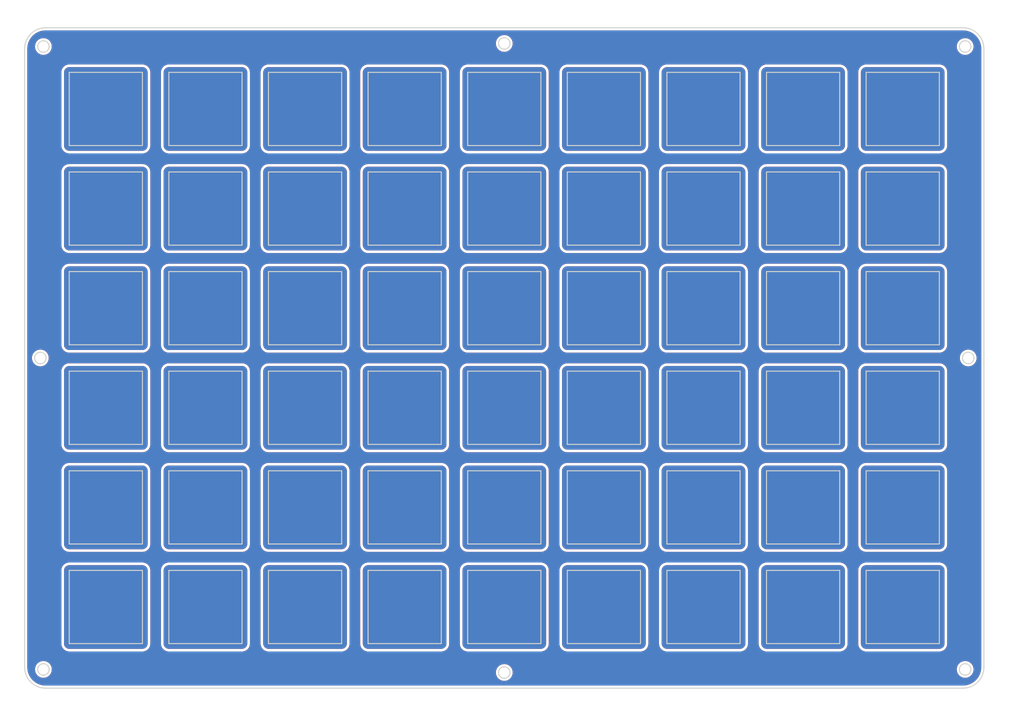
<source format=kicad_pcb>
(kicad_pcb (version 20201002) (generator pcbnew)
  (layers (0 "F.Cu" signal) (31 "B.Cu" signal) (34 "B.Paste" user) (35 "F.Paste" user) (36 "B.SilkS" user "B.Silkscreen") (37 "F.SilkS" user "F.Silkscreen") (38 "B.Mask" user) (39 "F.Mask" user) (44 "Edge.Cuts" user))
  (net 0 "")
  (module "Keebio-Parts:MX_FMask" (layer "F.Cu") (at 62.507913 114.002272)
    (fp_text reference "REF**" hide)
    (fp_text value "MX_FMask" hide)
    (pad "1" smd roundrect (at 0 0 180) (size 16 16) (layers "B.Cu" "B.Mask") (roundrect_rratio 0.063))
    (pad "1" smd roundrect (at 0 0 180) (size 16 16) (layers "F.Cu" "F.Mask") (roundrect_rratio 0.063))
  )
  (module "Keebio-Parts:MX_FMask" (layer "F.Cu") (at 157.757913 56.852272)
    (fp_text reference "REF**" hide)
    (fp_text value "MX_FMask" hide)
    (pad "1" smd roundrect (at 0 0 180) (size 16 16) (layers "B.Cu" "B.Mask") (roundrect_rratio 0.063))
    (pad "1" smd roundrect (at 0 0 180) (size 16 16) (layers "F.Cu" "F.Mask") (roundrect_rratio 0.063))
  )
  (module "Keebio-Parts:MX_FMask" (layer "F.Cu") (at 43.457913 56.852272)
    (fp_text reference "REF**" hide)
    (fp_text value "MX_FMask" hide)
    (pad "1" smd roundrect (at 0 0 180) (size 16 16) (layers "B.Cu" "B.Mask") (roundrect_rratio 0.063))
    (pad "1" smd roundrect (at 0 0 180) (size 16 16) (layers "F.Cu" "F.Mask") (roundrect_rratio 0.063))
  )
  (module "Keebio-Parts:MX_FMask" (layer "F.Cu") (at 195.857913 56.852272)
    (fp_text reference "REF**" hide)
    (fp_text value "MX_FMask" hide)
    (pad "1" smd roundrect (at 0 0 180) (size 16 16) (layers "F.Cu" "F.Mask") (roundrect_rratio 0.063))
    (pad "1" smd roundrect (at 0 0 180) (size 16 16) (layers "B.Cu" "B.Mask") (roundrect_rratio 0.063))
  )
  (module "Keebio-Parts:MX_FMask" (layer "F.Cu") (at 43.457913 133.052272)
    (fp_text reference "REF**" hide)
    (fp_text value "MX_FMask" hide)
    (pad "1" smd roundrect (at 0 0 180) (size 16 16) (layers "B.Cu" "B.Mask") (roundrect_rratio 0.063))
    (pad "1" smd roundrect (at 0 0 180) (size 16 16) (layers "F.Cu" "F.Mask") (roundrect_rratio 0.063))
  )
  (module "Keebio-Parts:MX_FMask" (layer "F.Cu") (at 119.657913 37.802272)
    (fp_text reference "REF**" hide)
    (fp_text value "MX_FMask" hide)
    (pad "1" smd roundrect (at 0 0 180) (size 16 16) (layers "F.Cu" "F.Mask") (roundrect_rratio 0.063))
    (pad "1" smd roundrect (at 0 0 180) (size 16 16) (layers "B.Cu" "B.Mask") (roundrect_rratio 0.063))
  )
  (module "Keebio-Parts:MX_FMask" (layer "F.Cu") (at 100.607913 114.002272)
    (fp_text reference "REF**" hide)
    (fp_text value "MX_FMask" hide)
    (pad "1" smd roundrect (at 0 0 180) (size 16 16) (layers "B.Cu" "B.Mask") (roundrect_rratio 0.063))
    (pad "1" smd roundrect (at 0 0 180) (size 16 16) (layers "F.Cu" "F.Mask") (roundrect_rratio 0.063))
  )
  (module "Keebio-Parts:MX_FMask" (layer "F.Cu") (at 62.507913 133.052272)
    (fp_text reference "REF**" hide)
    (fp_text value "MX_FMask" hide)
    (pad "1" smd roundrect (at 0 0 180) (size 16 16) (layers "B.Cu" "B.Mask") (roundrect_rratio 0.063))
    (pad "1" smd roundrect (at 0 0 180) (size 16 16) (layers "F.Cu" "F.Mask") (roundrect_rratio 0.063))
  )
  (module "Keebio-Parts:MX_FMask" (layer "F.Cu") (at 81.557913 133.052272)
    (fp_text reference "REF**" hide)
    (fp_text value "MX_FMask" hide)
    (pad "1" smd roundrect (at 0 0 180) (size 16 16) (layers "F.Cu" "F.Mask") (roundrect_rratio 0.063))
    (pad "1" smd roundrect (at 0 0 180) (size 16 16) (layers "B.Cu" "B.Mask") (roundrect_rratio 0.063))
  )
  (module "Keebio-Parts:MX_FMask" (layer "F.Cu") (at 100.607913 133.052272)
    (fp_text reference "REF**" hide)
    (fp_text value "MX_FMask" hide)
    (pad "1" smd roundrect (at 0 0 180) (size 16 16) (layers "B.Cu" "B.Mask") (roundrect_rratio 0.063))
    (pad "1" smd roundrect (at 0 0 180) (size 16 16) (layers "F.Cu" "F.Mask") (roundrect_rratio 0.063))
  )
  (module "Keebio-Parts:MX_FMask" (layer "F.Cu") (at 157.757913 37.802272)
    (fp_text reference "REF**" hide)
    (fp_text value "MX_FMask" hide)
    (pad "1" smd roundrect (at 0 0 180) (size 16 16) (layers "B.Cu" "B.Mask") (roundrect_rratio 0.063))
    (pad "1" smd roundrect (at 0 0 180) (size 16 16) (layers "F.Cu" "F.Mask") (roundrect_rratio 0.063))
  )
  (module "Keebio-Parts:MX_FMask" (layer "F.Cu") (at 100.607913 37.802272)
    (fp_text reference "REF**" hide)
    (fp_text value "MX_FMask" hide)
    (pad "1" smd roundrect (at 0 0 180) (size 16 16) (layers "B.Cu" "B.Mask") (roundrect_rratio 0.063))
    (pad "1" smd roundrect (at 0 0 180) (size 16 16) (layers "F.Cu" "F.Mask") (roundrect_rratio 0.063))
  )
  (module "Keebio-Parts:MX_FMask" (layer "F.Cu") (at 81.557913 94.952272)
    (fp_text reference "REF**" hide)
    (fp_text value "MX_FMask" hide)
    (pad "1" smd roundrect (at 0 0 180) (size 16 16) (layers "B.Cu" "B.Mask") (roundrect_rratio 0.063))
    (pad "1" smd roundrect (at 0 0 180) (size 16 16) (layers "F.Cu" "F.Mask") (roundrect_rratio 0.063))
  )
  (module "Keebio-Parts:MX_FMask" (layer "F.Cu") (at 81.557913 37.802272)
    (fp_text reference "REF**" hide)
    (fp_text value "MX_FMask" hide)
    (pad "1" smd roundrect (at 0 0 180) (size 16 16) (layers "B.Cu" "B.Mask") (roundrect_rratio 0.063))
    (pad "1" smd roundrect (at 0 0 180) (size 16 16) (layers "F.Cu" "F.Mask") (roundrect_rratio 0.063))
  )
  (module "Keebio-Parts:MX_FMask" (layer "F.Cu") (at 43.457913 75.902272)
    (fp_text reference "REF**" hide)
    (fp_text value "MX_FMask" hide)
    (pad "1" smd roundrect (at 0 0 180) (size 16 16) (layers "F.Cu" "F.Mask") (roundrect_rratio 0.063))
    (pad "1" smd roundrect (at 0 0 180) (size 16 16) (layers "B.Cu" "B.Mask") (roundrect_rratio 0.063))
  )
  (module "Keebio-Parts:MX_FMask" (layer "F.Cu") (at 100.607913 94.952272)
    (fp_text reference "REF**" hide)
    (fp_text value "MX_FMask" hide)
    (pad "1" smd roundrect (at 0 0 180) (size 16 16) (layers "F.Cu" "F.Mask") (roundrect_rratio 0.063))
    (pad "1" smd roundrect (at 0 0 180) (size 16 16) (layers "B.Cu" "B.Mask") (roundrect_rratio 0.063))
  )
  (module "Keebio-Parts:MX_FMask" (layer "F.Cu") (at 62.507913 37.802272)
    (fp_text reference "REF**" hide)
    (fp_text value "MX_FMask" hide)
    (pad "1" smd roundrect (at 0 0 180) (size 16 16) (layers "F.Cu" "F.Mask") (roundrect_rratio 0.063))
    (pad "1" smd roundrect (at 0 0 180) (size 16 16) (layers "B.Cu" "B.Mask") (roundrect_rratio 0.063))
  )
  (module "Keebio-Parts:MX_FMask" (layer "F.Cu") (at 176.807913 56.852272)
    (fp_text reference "REF**" hide)
    (fp_text value "MX_FMask" hide)
    (pad "1" smd roundrect (at 0 0 180) (size 16 16) (layers "B.Cu" "B.Mask") (roundrect_rratio 0.063))
    (pad "1" smd roundrect (at 0 0 180) (size 16 16) (layers "F.Cu" "F.Mask") (roundrect_rratio 0.063))
  )
  (module "Keebio-Parts:MX_FMask" (layer "F.Cu") (at 119.657913 114.002272)
    (fp_text reference "REF**" hide)
    (fp_text value "MX_FMask" hide)
    (pad "1" smd roundrect (at 0 0 180) (size 16 16) (layers "F.Cu" "F.Mask") (roundrect_rratio 0.063))
    (pad "1" smd roundrect (at 0 0 180) (size 16 16) (layers "B.Cu" "B.Mask") (roundrect_rratio 0.063))
  )
  (module "Keebio-Parts:MX_FMask" (layer "F.Cu") (at 138.707913 94.952272)
    (fp_text reference "REF**" hide)
    (fp_text value "MX_FMask" hide)
    (pad "1" smd roundrect (at 0 0 180) (size 16 16) (layers "B.Cu" "B.Mask") (roundrect_rratio 0.063))
    (pad "1" smd roundrect (at 0 0 180) (size 16 16) (layers "F.Cu" "F.Mask") (roundrect_rratio 0.063))
  )
  (module "Keebio-Parts:MX_FMask" (layer "F.Cu") (at 62.507913 56.852272)
    (fp_text reference "REF**" hide)
    (fp_text value "MX_FMask" hide)
    (pad "1" smd roundrect (at 0 0 180) (size 16 16) (layers "F.Cu" "F.Mask") (roundrect_rratio 0.063))
    (pad "1" smd roundrect (at 0 0 180) (size 16 16) (layers "B.Cu" "B.Mask") (roundrect_rratio 0.063))
  )
  (module "Keebio-Parts:MX_FMask" (layer "F.Cu") (at 62.507913 75.902272)
    (fp_text reference "REF**" hide)
    (fp_text value "MX_FMask" hide)
    (pad "1" smd roundrect (at 0 0 180) (size 16 16) (layers "B.Cu" "B.Mask") (roundrect_rratio 0.063))
    (pad "1" smd roundrect (at 0 0 180) (size 16 16) (layers "F.Cu" "F.Mask") (roundrect_rratio 0.063))
  )
  (module "Keebio-Parts:MX_FMask" (layer "F.Cu") (at 43.457913 94.952272)
    (fp_text reference "REF**" hide)
    (fp_text value "MX_FMask" hide)
    (pad "1" smd roundrect (at 0 0 180) (size 16 16) (layers "B.Cu" "B.Mask") (roundrect_rratio 0.063))
    (pad "1" smd roundrect (at 0 0 180) (size 16 16) (layers "F.Cu" "F.Mask") (roundrect_rratio 0.063))
  )
  (module "Keebio-Parts:MX_FMask" (layer "F.Cu") (at 62.507913 94.952272)
    (fp_text reference "REF**" hide)
    (fp_text value "MX_FMask" hide)
    (pad "1" smd roundrect (at 0 0 180) (size 16 16) (layers "B.Cu" "B.Mask") (roundrect_rratio 0.063))
    (pad "1" smd roundrect (at 0 0 180) (size 16 16) (layers "F.Cu" "F.Mask") (roundrect_rratio 0.063))
  )
  (module "Keebio-Parts:MX_FMask" (layer "F.Cu") (at 138.707913 56.852272)
    (fp_text reference "REF**" hide)
    (fp_text value "MX_FMask" hide)
    (pad "1" smd roundrect (at 0 0 180) (size 16 16) (layers "B.Cu" "B.Mask") (roundrect_rratio 0.063))
    (pad "1" smd roundrect (at 0 0 180) (size 16 16) (layers "F.Cu" "F.Mask") (roundrect_rratio 0.063))
  )
  (module "Keebio-Parts:MX_FMask" (layer "F.Cu") (at 195.857913 133.052272)
    (fp_text reference "REF**" hide)
    (fp_text value "MX_FMask" hide)
    (pad "1" smd roundrect (at 0 0 180) (size 16 16) (layers "B.Cu" "B.Mask") (roundrect_rratio 0.063))
    (pad "1" smd roundrect (at 0 0 180) (size 16 16) (layers "F.Cu" "F.Mask") (roundrect_rratio 0.063))
  )
  (module "Keebio-Parts:MX_FMask" (layer "F.Cu") (at 195.857913 114.002272)
    (fp_text reference "REF**" hide)
    (fp_text value "MX_FMask" hide)
    (pad "1" smd roundrect (at 0 0 180) (size 16 16) (layers "F.Cu" "F.Mask") (roundrect_rratio 0.063))
    (pad "1" smd roundrect (at 0 0 180) (size 16 16) (layers "B.Cu" "B.Mask") (roundrect_rratio 0.063))
  )
  (module "Keebio-Parts:MX_FMask" (layer "F.Cu") (at 157.757913 133.052272)
    (fp_text reference "REF**" hide)
    (fp_text value "MX_FMask" hide)
    (pad "1" smd roundrect (at 0 0 180) (size 16 16) (layers "F.Cu" "F.Mask") (roundrect_rratio 0.063))
    (pad "1" smd roundrect (at 0 0 180) (size 16 16) (layers "B.Cu" "B.Mask") (roundrect_rratio 0.063))
  )
  (module "Keebio-Parts:MX_FMask" (layer "F.Cu") (at 81.557913 114.002272)
    (fp_text reference "REF**" hide)
    (fp_text value "MX_FMask" hide)
    (pad "1" smd roundrect (at 0 0 180) (size 16 16) (layers "B.Cu" "B.Mask") (roundrect_rratio 0.063))
    (pad "1" smd roundrect (at 0 0 180) (size 16 16) (layers "F.Cu" "F.Mask") (roundrect_rratio 0.063))
  )
  (module "Keebio-Parts:MX_FMask" (layer "F.Cu") (at 176.807913 133.052272)
    (fp_text reference "REF**" hide)
    (fp_text value "MX_FMask" hide)
    (pad "1" smd roundrect (at 0 0 180) (size 16 16) (layers "F.Cu" "F.Mask") (roundrect_rratio 0.063))
    (pad "1" smd roundrect (at 0 0 180) (size 16 16) (layers "B.Cu" "B.Mask") (roundrect_rratio 0.063))
  )
  (module "Keebio-Parts:MX_FMask" (layer "F.Cu") (at 43.457913 114.002272)
    (fp_text reference "REF**" hide)
    (fp_text value "MX_FMask" hide)
    (pad "1" smd roundrect (at 0 0 180) (size 16 16) (layers "B.Cu" "B.Mask") (roundrect_rratio 0.063))
    (pad "1" smd roundrect (at 0 0 180) (size 16 16) (layers "F.Cu" "F.Mask") (roundrect_rratio 0.063))
  )
  (module "Keebio-Parts:MX_FMask" (layer "F.Cu") (at 138.707913 75.902272)
    (fp_text reference "REF**" hide)
    (fp_text value "MX_FMask" hide)
    (pad "1" smd roundrect (at 0 0 180) (size 16 16) (layers "F.Cu" "F.Mask") (roundrect_rratio 0.063))
    (pad "1" smd roundrect (at 0 0 180) (size 16 16) (layers "B.Cu" "B.Mask") (roundrect_rratio 0.063))
  )
  (module "Keebio-Parts:MX_FMask" (layer "F.Cu") (at 195.857913 75.902272)
    (fp_text reference "REF**" hide)
    (fp_text value "MX_FMask" hide)
    (pad "1" smd roundrect (at 0 0 180) (size 16 16) (layers "F.Cu" "F.Mask") (roundrect_rratio 0.063))
    (pad "1" smd roundrect (at 0 0 180) (size 16 16) (layers "B.Cu" "B.Mask") (roundrect_rratio 0.063))
  )
  (module "Keebio-Parts:MX_FMask" (layer "F.Cu") (at 176.807913 94.952272)
    (fp_text reference "REF**" hide)
    (fp_text value "MX_FMask" hide)
    (pad "1" smd roundrect (at 0 0 180) (size 16 16) (layers "F.Cu" "F.Mask") (roundrect_rratio 0.063))
    (pad "1" smd roundrect (at 0 0 180) (size 16 16) (layers "B.Cu" "B.Mask") (roundrect_rratio 0.063))
  )
  (module "Keebio-Parts:MX_FMask" (layer "F.Cu") (at 81.557913 75.902272)
    (fp_text reference "REF**" hide)
    (fp_text value "MX_FMask" hide)
    (pad "1" smd roundrect (at 0 0 180) (size 16 16) (layers "B.Cu" "B.Mask") (roundrect_rratio 0.063))
    (pad "1" smd roundrect (at 0 0 180) (size 16 16) (layers "F.Cu" "F.Mask") (roundrect_rratio 0.063))
  )
  (module "Keebio-Parts:MX_FMask" (layer "F.Cu") (at 157.757913 94.952272)
    (fp_text reference "REF**" hide)
    (fp_text value "MX_FMask" hide)
    (pad "1" smd roundrect (at 0 0 180) (size 16 16) (layers "F.Cu" "F.Mask") (roundrect_rratio 0.063))
    (pad "1" smd roundrect (at 0 0 180) (size 16 16) (layers "B.Cu" "B.Mask") (roundrect_rratio 0.063))
  )
  (module "Keebio-Parts:MX_FMask" (layer "F.Cu") (at 100.607913 56.852272)
    (fp_text reference "REF**" hide)
    (fp_text value "MX_FMask" hide)
    (pad "1" smd roundrect (at 0 0 180) (size 16 16) (layers "F.Cu" "F.Mask") (roundrect_rratio 0.063))
    (pad "1" smd roundrect (at 0 0 180) (size 16 16) (layers "B.Cu" "B.Mask") (roundrect_rratio 0.063))
  )
  (module "Keebio-Parts:MX_FMask" (layer "F.Cu") (at 43.457913 37.802272)
    (fp_text reference "REF**" hide)
    (fp_text value "MX_FMask" hide)
    (pad "1" smd roundrect (at 0 0 180) (size 16 16) (layers "F.Cu" "F.Mask") (roundrect_rratio 0.063))
    (pad "1" smd roundrect (at 0 0 180) (size 16 16) (layers "B.Cu" "B.Mask") (roundrect_rratio 0.063))
  )
  (module "Keebio-Parts:MX_FMask" (layer "F.Cu") (at 119.657913 133.052272)
    (fp_text reference "REF**" hide)
    (fp_text value "MX_FMask" hide)
    (pad "1" smd roundrect (at 0 0 180) (size 16 16) (layers "F.Cu" "F.Mask") (roundrect_rratio 0.063))
    (pad "1" smd roundrect (at 0 0 180) (size 16 16) (layers "B.Cu" "B.Mask") (roundrect_rratio 0.063))
  )
  (module "Keebio-Parts:MX_FMask" (layer "F.Cu") (at 138.707913 133.052272)
    (fp_text reference "REF**" hide)
    (fp_text value "MX_FMask" hide)
    (pad "1" smd roundrect (at 0 0 180) (size 16 16) (layers "F.Cu" "F.Mask") (roundrect_rratio 0.063))
    (pad "1" smd roundrect (at 0 0 180) (size 16 16) (layers "B.Cu" "B.Mask") (roundrect_rratio 0.063))
  )
  (module "Keebio-Parts:MX_FMask" (layer "F.Cu") (at 157.757913 114.002272)
    (fp_text reference "REF**" hide)
    (fp_text value "MX_FMask" hide)
    (pad "1" smd roundrect (at 0 0 180) (size 16 16) (layers "F.Cu" "F.Mask") (roundrect_rratio 0.063))
    (pad "1" smd roundrect (at 0 0 180) (size 16 16) (layers "B.Cu" "B.Mask") (roundrect_rratio 0.063))
  )
  (module "Keebio-Parts:MX_FMask" (layer "F.Cu") (at 138.707913 114.002272)
    (fp_text reference "REF**" hide)
    (fp_text value "MX_FMask" hide)
    (pad "1" smd roundrect (at 0 0 180) (size 16 16) (layers "F.Cu" "F.Mask") (roundrect_rratio 0.063))
    (pad "1" smd roundrect (at 0 0 180) (size 16 16) (layers "B.Cu" "B.Mask") (roundrect_rratio 0.063))
  )
  (module "Keebio-Parts:MX_FMask" (layer "F.Cu") (at 119.657913 56.852272)
    (fp_text reference "REF**" hide)
    (fp_text value "MX_FMask" hide)
    (pad "1" smd roundrect (at 0 0 180) (size 16 16) (layers "B.Cu" "B.Mask") (roundrect_rratio 0.063))
    (pad "1" smd roundrect (at 0 0 180) (size 16 16) (layers "F.Cu" "F.Mask") (roundrect_rratio 0.063))
  )
  (module "Keebio-Parts:MX_FMask" (layer "F.Cu") (at 195.857913 94.952272)
    (fp_text reference "REF**" hide)
    (fp_text value "MX_FMask" hide)
    (pad "1" smd roundrect (at 0 0 180) (size 16 16) (layers "B.Cu" "B.Mask") (roundrect_rratio 0.063))
    (pad "1" smd roundrect (at 0 0 180) (size 16 16) (layers "F.Cu" "F.Mask") (roundrect_rratio 0.063))
  )
  (module "Keebio-Parts:MX_FMask" (layer "F.Cu") (at 176.807913 75.902272)
    (fp_text reference "REF**" hide)
    (fp_text value "MX_FMask" hide)
    (pad "1" smd roundrect (at 0 0 180) (size 16 16) (layers "F.Cu" "F.Mask") (roundrect_rratio 0.063))
    (pad "1" smd roundrect (at 0 0 180) (size 16 16) (layers "B.Cu" "B.Mask") (roundrect_rratio 0.063))
  )
  (module "Keebio-Parts:MX_FMask" (layer "F.Cu") (at 195.857913 37.802272)
    (fp_text reference "REF**" hide)
    (fp_text value "MX_FMask" hide)
    (pad "1" smd roundrect (at 0 0 180) (size 16 16) (layers "F.Cu" "F.Mask") (roundrect_rratio 0.063))
    (pad "1" smd roundrect (at 0 0 180) (size 16 16) (layers "B.Cu" "B.Mask") (roundrect_rratio 0.063))
  )
  (module "Keebio-Parts:MX_FMask" (layer "F.Cu") (at 119.657913 75.902272)
    (fp_text reference "REF**" hide)
    (fp_text value "MX_FMask" hide)
    (pad "1" smd roundrect (at 0 0 180) (size 16 16) (layers "F.Cu" "F.Mask") (roundrect_rratio 0.063))
    (pad "1" smd roundrect (at 0 0 180) (size 16 16) (layers "B.Cu" "B.Mask") (roundrect_rratio 0.063))
  )
  (module "Keebio-Parts:MX_FMask" (layer "F.Cu") (at 157.757913 75.902272)
    (fp_text reference "REF**" hide)
    (fp_text value "MX_FMask" hide)
    (pad "1" smd roundrect (at 0 0 180) (size 16 16) (layers "F.Cu" "F.Mask") (roundrect_rratio 0.063))
    (pad "1" smd roundrect (at 0 0 180) (size 16 16) (layers "B.Cu" "B.Mask") (roundrect_rratio 0.063))
  )
  (module "Keebio-Parts:MX_FMask" (layer "F.Cu") (at 138.707913 37.802272)
    (fp_text reference "REF**" hide)
    (fp_text value "MX_FMask" hide)
    (pad "1" smd roundrect (at 0 0 180) (size 16 16) (layers "F.Cu" "F.Mask") (roundrect_rratio 0.063))
    (pad "1" smd roundrect (at 0 0 180) (size 16 16) (layers "B.Cu" "B.Mask") (roundrect_rratio 0.063))
  )
  (module "Keebio-Parts:MX_FMask" (layer "F.Cu") (at 100.607913 75.902272)
    (fp_text reference "REF**" hide)
    (fp_text value "MX_FMask" hide)
    (pad "1" smd roundrect (at 0 0 180) (size 16 16) (layers "F.Cu" "F.Mask") (roundrect_rratio 0.063))
    (pad "1" smd roundrect (at 0 0 180) (size 16 16) (layers "B.Cu" "B.Mask") (roundrect_rratio 0.063))
  )
  (module "Keebio-Parts:MX_FMask" (layer "F.Cu") (at 176.807913 114.002272)
    (fp_text reference "REF**" hide)
    (fp_text value "MX_FMask" hide)
    (pad "1" smd roundrect (at 0 0 180) (size 16 16) (layers "B.Cu" "B.Mask") (roundrect_rratio 0.063))
    (pad "1" smd roundrect (at 0 0 180) (size 16 16) (layers "F.Cu" "F.Mask") (roundrect_rratio 0.063))
  )
  (module "Keebio-Parts:MX_FMask" (layer "F.Cu") (at 176.807913 37.802272)
    (fp_text reference "REF**" hide)
    (fp_text value "MX_FMask" hide)
    (pad "1" smd roundrect (at 0 0 180) (size 16 16) (layers "B.Cu" "B.Mask") (roundrect_rratio 0.063))
    (pad "1" smd roundrect (at 0 0 180) (size 16 16) (layers "F.Cu" "F.Mask") (roundrect_rratio 0.063))
  )
  (module "Keebio-Parts:MX_FMask" (layer "F.Cu") (at 119.657913 94.952272)
    (fp_text reference "REF**" hide)
    (fp_text value "MX_FMask" hide)
    (pad "1" smd roundrect (at 0 0 180) (size 16 16) (layers "F.Cu" "F.Mask") (roundrect_rratio 0.063))
    (pad "1" smd roundrect (at 0 0 180) (size 16 16) (layers "B.Cu" "B.Mask") (roundrect_rratio 0.063))
  )
  (module "Keebio-Parts:MX_FMask" (layer "F.Cu") (at 81.557913 56.852272)
    (fp_text reference "REF**" hide)
    (fp_text value "MX_FMask" hide)
    (pad "1" smd roundrect (at 0 0 180) (size 16 16) (layers "B.Cu" "B.Mask") (roundrect_rratio 0.063))
    (pad "1" smd roundrect (at 0 0 180) (size 16 16) (layers "F.Cu" "F.Mask") (roundrect_rratio 0.063))
  )
  (gr_line (start 36.457916 87.952223) (end 36.457916 101.952222) (layer "Edge.Cuts") (width 0.2))
  (gr_line (start 74.557912 107.002218) (end 74.557912 121.002217) (layer "Edge.Cuts") (width 0.2))
  (gr_line (start 50.457915 87.952223) (end 36.457916 87.952223) (layer "Edge.Cuts") (width 0.2))
  (gr_line (start 36.457916 107.002218) (end 36.457916 121.002217) (layer "Edge.Cuts") (width 0.2))
  (gr_line (start 88.557911 82.902221) (end 88.557911 68.902221) (layer "Edge.Cuts") (width 0.2))
  (gr_curve (pts (xy 207.796841 146.091147) (xy 207.189328 146.091147) (xy 206.696841 145.598661) (xy 206.696841 144.991147)) (layer "Edge.Cuts") (width 0.2))
  (gr_line (start 169.807914 87.952223) (end 169.807914 101.952222) (layer "Edge.Cuts") (width 0.2))
  (gr_line (start 150.757913 49.852224) (end 150.757913 63.852222) (layer "Edge.Cuts") (width 0.2))
  (gr_curve (pts (xy 120.757914 145.577275) (xy 120.757914 146.184788) (xy 120.265427 146.677275) (xy 119.657914 146.677275)) (layer "Edge.Cuts") (width 0.2))
  (gr_line (start 126.657908 30.802226) (end 112.657909 30.802226) (layer "Edge.Cuts") (width 0.2))
  (gr_line (start 126.657908 63.852222) (end 126.657908 49.852224) (layer "Edge.Cuts") (width 0.2))
  (gr_line (start 88.557911 49.852224) (end 74.557912 49.852224) (layer "Edge.Cuts") (width 0.2))
  (gr_curve (pts (xy 207.382978 22.277208) (xy 209.592117 22.277208) (xy 211.382978 24.068069) (xy 211.382978 26.277208)) (layer "Edge.Cuts") (width 0.2))
  (gr_line (start 131.707911 63.852222) (end 145.70791 63.852222) (layer "Edge.Cuts") (width 0.2))
  (gr_line (start 202.8579 82.902221) (end 202.8579 68.902221) (layer "Edge.Cuts") (width 0.2))
  (gr_line (start 55.507914 82.902221) (end 69.507913 82.902221) (layer "Edge.Cuts") (width 0.2))
  (gr_line (start 145.70791 68.902221) (end 131.707911 68.902221) (layer "Edge.Cuts") (width 0.2))
  (gr_line (start 202.8579 140.052219) (end 202.8579 126.05222) (layer "Edge.Cuts") (width 0.2))
  (gr_curve (pts (xy 32.620236 144.989886) (xy 32.620236 145.597399) (xy 32.12775 146.089886) (xy 31.520236 146.089886)) (layer "Edge.Cuts") (width 0.2))
  (gr_line (start 150.757913 140.052219) (end 164.757912 140.052219) (layer "Edge.Cuts") (width 0.2))
  (gr_line (start 169.807914 44.802225) (end 183.807914 44.802225) (layer "Edge.Cuts") (width 0.2))
  (gr_line (start 126.657908 101.952222) (end 126.657908 87.952223) (layer "Edge.Cuts") (width 0.2))
  (gr_line (start 93.607914 63.852222) (end 107.607913 63.852222) (layer "Edge.Cuts") (width 0.2))
  (gr_line (start 169.807914 63.852222) (end 183.807914 63.852222) (layer "Edge.Cuts") (width 0.2))
  (gr_line (start 164.757912 49.852224) (end 150.757913 49.852224) (layer "Edge.Cuts") (width 0.2))
  (gr_curve (pts (xy 206.69558 25.864544) (xy 206.69558 25.257031) (xy 207.188067 24.764544) (xy 207.79558 24.764544)) (layer "Edge.Cuts") (width 0.2))
  (gr_line (start 88.557911 101.952222) (end 88.557911 87.952223) (layer "Edge.Cuts") (width 0.2))
  (gr_line (start 150.757913 107.002218) (end 150.757913 121.002217) (layer "Edge.Cuts") (width 0.2))
  (gr_line (start 150.757913 121.002217) (end 164.757912 121.002217) (layer "Edge.Cuts") (width 0.2))
  (gr_line (start 107.607913 87.952223) (end 93.607914 87.952223) (layer "Edge.Cuts") (width 0.2))
  (gr_line (start 188.857901 30.802226) (end 188.857901 44.802225) (layer "Edge.Cuts") (width 0.2))
  (gr_line (start 50.457915 107.002218) (end 36.457916 107.002218) (layer "Edge.Cuts") (width 0.2))
  (gr_line (start 164.757912 101.952222) (end 164.757912 87.952223) (layer "Edge.Cuts") (width 0.2))
  (gr_line (start 93.607914 82.902221) (end 107.607913 82.902221) (layer "Edge.Cuts") (width 0.2))
  (gr_line (start 36.457916 49.852224) (end 36.457916 63.852222) (layer "Edge.Cuts") (width 0.2))
  (gr_curve (pts (xy 118.557914 25.277212) (xy 118.557914 24.669699) (xy 119.050401 24.177212) (xy 119.657914 24.177212)) (layer "Edge.Cuts") (width 0.2))
  (gr_line (start 164.757912 140.052219) (end 164.757912 126.05222) (layer "Edge.Cuts") (width 0.2))
  (gr_line (start 36.457916 126.05222) (end 36.457916 140.052219) (layer "Edge.Cuts") (width 0.2))
  (gr_line (start 107.607913 44.802225) (end 107.607913 30.802226) (layer "Edge.Cuts") (width 0.2))
  (gr_curve (pts (xy 208.896841 144.991147) (xy 208.896841 145.598661) (xy 208.404354 146.091147) (xy 207.796841 146.091147)) (layer "Edge.Cuts") (width 0.2))
  (gr_line (start 74.557912 82.902221) (end 88.557911 82.902221) (layer "Edge.Cuts") (width 0.2))
  (gr_line (start 36.457916 68.902221) (end 36.457916 82.902221) (layer "Edge.Cuts") (width 0.2))
  (gr_line (start 202.8579 68.902221) (end 188.857901 68.902221) (layer "Edge.Cuts") (width 0.2))
  (gr_line (start 183.807914 44.802225) (end 183.807914 30.802226) (layer "Edge.Cuts") (width 0.2))
  (gr_line (start 145.70791 107.002218) (end 131.707911 107.002218) (layer "Edge.Cuts") (width 0.2))
  (gr_line (start 202.8579 107.002218) (end 188.857901 107.002218) (layer "Edge.Cuts") (width 0.2))
  (gr_line (start 169.807914 101.952222) (end 183.807914 101.952222) (layer "Edge.Cuts") (width 0.2))
  (gr_line (start 69.507913 49.852224) (end 55.507914 49.852224) (layer "Edge.Cuts") (width 0.2))
  (gr_line (start 107.607913 82.902221) (end 107.607913 68.902221) (layer "Edge.Cuts") (width 0.2))
  (gr_curve (pts (xy 207.79558 24.764544) (xy 208.403093 24.764544) (xy 208.89558 25.257031) (xy 208.89558 25.864544)) (layer "Edge.Cuts") (width 0.2))
  (gr_line (start 88.557911 63.852222) (end 88.557911 49.852224) (layer "Edge.Cuts") (width 0.2))
  (gr_line (start 183.807914 49.852224) (end 169.807914 49.852224) (layer "Edge.Cuts") (width 0.2))
  (gr_line (start 169.807914 121.002217) (end 183.807914 121.002217) (layer "Edge.Cuts") (width 0.2))
  (gr_line (start 107.607913 121.002217) (end 107.607913 107.002218) (layer "Edge.Cuts") (width 0.2))
  (gr_line (start 50.457915 68.902221) (end 36.457916 68.902221) (layer "Edge.Cuts") (width 0.2))
  (gr_line (start 131.707911 82.902221) (end 145.70791 82.902221) (layer "Edge.Cuts") (width 0.2))
  (gr_line (start 50.457915 30.802226) (end 36.457916 30.802226) (layer "Edge.Cuts") (width 0.2))
  (gr_curve (pts (xy 206.696841 144.991147) (xy 206.696841 144.383634) (xy 207.189328 143.891147) (xy 207.796841 143.891147)) (layer "Edge.Cuts") (width 0.2))
  (gr_line (start 145.70791 87.952223) (end 131.707911 87.952223) (layer "Edge.Cuts") (width 0.2))
  (gr_line (start 107.607913 49.852224) (end 93.607914 49.852224) (layer "Edge.Cuts") (width 0.2))
  (gr_line (start 131.707911 49.852224) (end 131.707911 63.852222) (layer "Edge.Cuts") (width 0.2))
  (gr_line (start 50.457915 63.852222) (end 50.457915 49.852224) (layer "Edge.Cuts") (width 0.2))
  (gr_line (start 88.557911 140.052219) (end 88.557911 126.05222) (layer "Edge.Cuts") (width 0.2))
  (gr_line (start 74.557912 44.802225) (end 88.557911 44.802225) (layer "Edge.Cuts") (width 0.2))
  (gr_line (start 164.757912 107.002218) (end 150.757913 107.002218) (layer "Edge.Cuts") (width 0.2))
  (gr_curve (pts (xy 31.520236 146.089886) (xy 30.912723 146.089886) (xy 30.420236 145.597399) (xy 30.420236 144.989886)) (layer "Edge.Cuts") (width 0.2))
  (gr_line (start 107.607913 63.852222) (end 107.607913 49.852224) (layer "Edge.Cuts") (width 0.2))
  (gr_line (start 150.757913 30.802226) (end 150.757913 44.802225) (layer "Edge.Cuts") (width 0.2))
  (gr_line (start 93.607914 126.05222) (end 93.607914 140.052219) (layer "Edge.Cuts") (width 0.2))
  (gr_line (start 169.807914 107.002218) (end 169.807914 121.002217) (layer "Edge.Cuts") (width 0.2))
  (gr_line (start 202.8579 44.802225) (end 202.8579 30.802226) (layer "Edge.Cuts") (width 0.2))
  (gr_line (start 202.8579 121.002217) (end 202.8579 107.002218) (layer "Edge.Cuts") (width 0.2))
  (gr_line (start 36.457916 30.802226) (end 36.457916 44.802225) (layer "Edge.Cuts") (width 0.2))
  (gr_line (start 164.757912 121.002217) (end 164.757912 107.002218) (layer "Edge.Cuts") (width 0.2))
  (gr_line (start 88.557911 68.902221) (end 74.557912 68.902221) (layer "Edge.Cuts") (width 0.2))
  (gr_line (start 188.857901 140.052219) (end 202.8579 140.052219) (layer "Edge.Cuts") (width 0.2))
  (gr_line (start 69.507913 44.802225) (end 69.507913 30.802226) (layer "Edge.Cuts") (width 0.2))
  (gr_line (start 36.457916 82.902221) (end 50.457915 82.902221) (layer "Edge.Cuts") (width 0.2))
  (gr_line (start 69.507913 82.902221) (end 69.507913 68.902221) (layer "Edge.Cuts") (width 0.2))
  (gr_line (start 55.507914 121.002217) (end 69.507913 121.002217) (layer "Edge.Cuts") (width 0.2))
  (gr_line (start 131.707911 140.052219) (end 145.70791 140.052219) (layer "Edge.Cuts") (width 0.2))
  (gr_line (start 126.657908 126.05222) (end 112.657909 126.05222) (layer "Edge.Cuts") (width 0.2))
  (gr_line (start 50.457915 82.902221) (end 50.457915 68.902221) (layer "Edge.Cuts") (width 0.2))
  (gr_line (start 126.657908 121.002217) (end 126.657908 107.002218) (layer "Edge.Cuts") (width 0.2))
  (gr_curve (pts (xy 30.418725 25.863032) (xy 30.418725 25.255519) (xy 30.911212 24.763032) (xy 31.518725 24.763032)) (layer "Edge.Cuts") (width 0.2))
  (gr_line (start 107.607913 140.052219) (end 107.607913 126.05222) (layer "Edge.Cuts") (width 0.2))
  (gr_line (start 36.457916 63.852222) (end 50.457915 63.852222) (layer "Edge.Cuts") (width 0.2))
  (gr_line (start 74.557912 87.952223) (end 74.557912 101.952222) (layer "Edge.Cuts") (width 0.2))
  (gr_line (start 55.507914 44.802225) (end 69.507913 44.802225) (layer "Edge.Cuts") (width 0.2))
  (gr_line (start 50.457915 101.952222) (end 50.457915 87.952223) (layer "Edge.Cuts") (width 0.2))
  (gr_line (start 55.507914 49.852224) (end 55.507914 63.852222) (layer "Edge.Cuts") (width 0.2))
  (gr_line (start 169.807914 68.902221) (end 169.807914 82.902221) (layer "Edge.Cuts") (width 0.2))
  (gr_curve (pts (xy 31.932849 22.277208) (xy 31.932849 22.277208) (xy 207.382978 22.277208) (xy 207.382978 22.277208)) (layer "Edge.Cuts") (width 0.2))
  (gr_line (start 50.457915 126.05222) (end 36.457916 126.05222) (layer "Edge.Cuts") (width 0.2))
  (gr_curve (pts (xy 207.796841 143.891147) (xy 208.404354 143.891147) (xy 208.896841 144.383634) (xy 208.896841 144.991147)) (layer "Edge.Cuts") (width 0.2))
  (gr_line (start 107.607913 68.902221) (end 93.607914 68.902221) (layer "Edge.Cuts") (width 0.2))
  (gr_line (start 112.657909 44.802225) (end 126.657908 44.802225) (layer "Edge.Cuts") (width 0.2))
  (gr_line (start 202.8579 63.852222) (end 202.8579 49.852224) (layer "Edge.Cuts") (width 0.2))
  (gr_line (start 183.807914 107.002218) (end 169.807914 107.002218) (layer "Edge.Cuts") (width 0.2))
  (gr_curve (pts (xy 31.932849 148.577336) (xy 29.72371 148.577336) (xy 27.932849 146.786475) (xy 27.932849 144.577336)) (layer "Edge.Cuts") (width 0.2))
  (gr_line (start 107.607913 126.05222) (end 93.607914 126.05222) (layer "Edge.Cuts") (width 0.2))
  (gr_line (start 55.507914 140.052219) (end 69.507913 140.052219) (layer "Edge.Cuts") (width 0.2))
  (gr_line (start 88.557911 30.802226) (end 74.557912 30.802226) (layer "Edge.Cuts") (width 0.2))
  (gr_line (start 150.757913 68.902221) (end 150.757913 82.902221) (layer "Edge.Cuts") (width 0.2))
  (gr_line (start 202.8579 126.05222) (end 188.857901 126.05222) (layer "Edge.Cuts") (width 0.2))
  (gr_curve (pts (xy 211.382978 26.277208) (xy 211.382978 26.277208) (xy 211.382978 144.577336) (xy 211.382978 144.577336)) (layer "Edge.Cuts") (width 0.2))
  (gr_line (start 145.70791 140.052219) (end 145.70791 126.05222) (layer "Edge.Cuts") (width 0.2))
  (gr_line (start 131.707911 126.05222) (end 131.707911 140.052219) (layer "Edge.Cuts") (width 0.2))
  (gr_curve (pts (xy 27.932849 144.577336) (xy 27.932849 144.577336) (xy 27.932849 26.277208) (xy 27.932849 26.277208)) (layer "Edge.Cuts") (width 0.2))
  (gr_line (start 126.657908 44.802225) (end 126.657908 30.802226) (layer "Edge.Cuts") (width 0.2))
  (gr_line (start 74.557912 68.902221) (end 74.557912 82.902221) (layer "Edge.Cuts") (width 0.2))
  (gr_line (start 145.70791 126.05222) (end 131.707911 126.05222) (layer "Edge.Cuts") (width 0.2))
  (gr_line (start 164.757912 30.802226) (end 150.757913 30.802226) (layer "Edge.Cuts") (width 0.2))
  (gr_line (start 69.507913 30.802226) (end 55.507914 30.802226) (layer "Edge.Cuts") (width 0.2))
  (gr_line (start 107.607913 101.952222) (end 107.607913 87.952223) (layer "Edge.Cuts") (width 0.2))
  (gr_line (start 126.657908 82.902221) (end 126.657908 68.902221) (layer "Edge.Cuts") (width 0.2))
  (gr_line (start 183.807914 30.802226) (end 169.807914 30.802226) (layer "Edge.Cuts") (width 0.2))
  (gr_line (start 69.507913 87.952223) (end 55.507914 87.952223) (layer "Edge.Cuts") (width 0.2))
  (gr_line (start 183.807914 126.05222) (end 169.807914 126.05222) (layer "Edge.Cuts") (width 0.2))
  (gr_line (start 202.8579 30.802226) (end 188.857901 30.802226) (layer "Edge.Cuts") (width 0.2))
  (gr_line (start 145.70791 82.902221) (end 145.70791 68.902221) (layer "Edge.Cuts") (width 0.2))
  (gr_line (start 145.70791 101.952222) (end 145.70791 87.952223) (layer "Edge.Cuts") (width 0.2))
  (gr_line (start 150.757913 44.802225) (end 164.757912 44.802225) (layer "Edge.Cuts") (width 0.2))
  (gr_curve (pts (xy 118.557914 145.577275) (xy 118.557914 144.969762) (xy 119.050401 144.477275) (xy 119.657914 144.477275)) (layer "Edge.Cuts") (width 0.2))
  (gr_curve (pts (xy 31.518725 24.763032) (xy 32.126238 24.763032) (xy 32.618725 25.255519) (xy 32.618725 25.863032)) (layer "Edge.Cuts") (width 0.2))
  (gr_line (start 55.507914 30.802226) (end 55.507914 44.802225) (layer "Edge.Cuts") (width 0.2))
  (gr_line (start 74.557912 121.002217) (end 88.557911 121.002217) (layer "Edge.Cuts") (width 0.2))
  (gr_line (start 188.857901 126.05222) (end 188.857901 140.052219) (layer "Edge.Cuts") (width 0.2))
  (gr_line (start 69.507913 107.002218) (end 55.507914 107.002218) (layer "Edge.Cuts") (width 0.2))
  (gr_line (start 150.757913 63.852222) (end 164.757912 63.852222) (layer "Edge.Cuts") (width 0.2))
  (gr_line (start 36.457916 140.052219) (end 50.457915 140.052219) (layer "Edge.Cuts") (width 0.2))
  (gr_line (start 169.807914 126.05222) (end 169.807914 140.052219) (layer "Edge.Cuts") (width 0.2))
  (gr_line (start 188.857901 49.852224) (end 188.857901 63.852222) (layer "Edge.Cuts") (width 0.2))
  (gr_line (start 126.657908 107.002218) (end 112.657909 107.002218) (layer "Edge.Cuts") (width 0.2))
  (gr_line (start 69.507913 68.902221) (end 55.507914 68.902221) (layer "Edge.Cuts") (width 0.2))
  (gr_line (start 112.657909 107.002218) (end 112.657909 121.002217) (layer "Edge.Cuts") (width 0.2))
  (gr_line (start 88.557911 107.002218) (end 74.557912 107.002218) (layer "Edge.Cuts") (width 0.2))
  (gr_line (start 188.857901 107.002218) (end 188.857901 121.002217) (layer "Edge.Cuts") (width 0.2))
  (gr_line (start 112.657909 126.05222) (end 112.657909 140.052219) (layer "Edge.Cuts") (width 0.2))
  (gr_line (start 55.507914 101.952222) (end 69.507913 101.952222) (layer "Edge.Cuts") (width 0.2))
  (gr_line (start 202.8579 49.852224) (end 188.857901 49.852224) (layer "Edge.Cuts") (width 0.2))
  (gr_line (start 93.607914 87.952223) (end 93.607914 101.952222) (layer "Edge.Cuts") (width 0.2))
  (gr_line (start 36.457916 101.952222) (end 50.457915 101.952222) (layer "Edge.Cuts") (width 0.2))
  (gr_line (start 74.557912 140.052219) (end 88.557911 140.052219) (layer "Edge.Cuts") (width 0.2))
  (gr_curve (pts (xy 207.282943 85.427214) (xy 207.282943 84.819701) (xy 207.77543 84.327214) (xy 208.382943 84.327214)) (layer "Edge.Cuts") (width 0.2))
  (gr_line (start 107.607913 30.802226) (end 93.607914 30.802226) (layer "Edge.Cuts") (width 0.2))
  (gr_curve (pts (xy 208.89558 25.864544) (xy 208.89558 26.472057) (xy 208.403093 26.964544) (xy 207.79558 26.964544)) (layer "Edge.Cuts") (width 0.2))
  (gr_curve (pts (xy 209.482943 85.427214) (xy 209.482943 86.034728) (xy 208.990456 86.527214) (xy 208.382943 86.527214)) (layer "Edge.Cuts") (width 0.2))
  (gr_line (start 50.457915 140.052219) (end 50.457915 126.05222) (layer "Edge.Cuts") (width 0.2))
  (gr_curve (pts (xy 208.382943 84.327214) (xy 208.990456 84.327214) (xy 209.482943 84.819701) (xy 209.482943 85.427214)) (layer "Edge.Cuts") (width 0.2))
  (gr_line (start 93.607914 44.802225) (end 107.607913 44.802225) (layer "Edge.Cuts") (width 0.2))
  (gr_line (start 169.807914 49.852224) (end 169.807914 63.852222) (layer "Edge.Cuts") (width 0.2))
  (gr_line (start 188.857901 44.802225) (end 202.8579 44.802225) (layer "Edge.Cuts") (width 0.2))
  (gr_line (start 69.507913 121.002217) (end 69.507913 107.002218) (layer "Edge.Cuts") (width 0.2))
  (gr_curve (pts (xy 30.932879 84.327271) (xy 31.540392 84.327271) (xy 32.032879 84.819758) (xy 32.032879 85.427271)) (layer "Edge.Cuts") (width 0.2))
  (gr_curve (pts (xy 32.032879 85.427271) (xy 32.032879 86.034785) (xy 31.540392 86.527271) (xy 30.932879 86.527271)) (layer "Edge.Cuts") (width 0.2))
  (gr_line (start 150.757913 101.952222) (end 164.757912 101.952222) (layer "Edge.Cuts") (width 0.2))
  (gr_line (start 112.657909 82.902221) (end 126.657908 82.902221) (layer "Edge.Cuts") (width 0.2))
  (gr_curve (pts (xy 208.382943 86.527214) (xy 207.77543 86.527214) (xy 207.282943 86.034728) (xy 207.282943 85.427214)) (layer "Edge.Cuts") (width 0.2))
  (gr_curve (pts (xy 207.79558 26.964544) (xy 207.188067 26.964544) (xy 206.69558 26.472057) (xy 206.69558 25.864544)) (layer "Edge.Cuts") (width 0.2))
  (gr_line (start 131.707911 68.902221) (end 131.707911 82.902221) (layer "Edge.Cuts") (width 0.2))
  (gr_line (start 202.8579 87.952223) (end 188.857901 87.952223) (layer "Edge.Cuts") (width 0.2))
  (gr_line (start 55.507914 63.852222) (end 69.507913 63.852222) (layer "Edge.Cuts") (width 0.2))
  (gr_line (start 183.807914 68.902221) (end 169.807914 68.902221) (layer "Edge.Cuts") (width 0.2))
  (gr_line (start 55.507914 68.902221) (end 55.507914 82.902221) (layer "Edge.Cuts") (width 0.2))
  (gr_line (start 74.557912 49.852224) (end 74.557912 63.852222) (layer "Edge.Cuts") (width 0.2))
  (gr_line (start 93.607914 121.002217) (end 107.607913 121.002217) (layer "Edge.Cuts") (width 0.2))
  (gr_line (start 88.557911 121.002217) (end 88.557911 107.002218) (layer "Edge.Cuts") (width 0.2))
  (gr_line (start 74.557912 126.05222) (end 74.557912 140.052219) (layer "Edge.Cuts") (width 0.2))
  (gr_curve (pts (xy 31.518725 26.963032) (xy 30.911212 26.963032) (xy 30.418725 26.470545) (xy 30.418725 25.863032)) (layer "Edge.Cuts") (width 0.2))
  (gr_line (start 188.857901 63.852222) (end 202.8579 63.852222) (layer "Edge.Cuts") (width 0.2))
  (gr_line (start 183.807914 101.952222) (end 183.807914 87.952223) (layer "Edge.Cuts") (width 0.2))
  (gr_curve (pts (xy 30.932879 86.527271) (xy 30.325366 86.527271) (xy 29.832879 86.034785) (xy 29.832879 85.427271)) (layer "Edge.Cuts") (width 0.2))
  (gr_line (start 145.70791 44.802225) (end 145.70791 30.802226) (layer "Edge.Cuts") (width 0.2))
  (gr_line (start 188.857901 68.902221) (end 188.857901 82.902221) (layer "Edge.Cuts") (width 0.2))
  (gr_line (start 112.657909 140.052219) (end 126.657908 140.052219) (layer "Edge.Cuts") (width 0.2))
  (gr_curve (pts (xy 27.932849 26.277208) (xy 27.932849 24.068069) (xy 29.72371 22.277208) (xy 31.932849 22.277208)) (layer "Edge.Cuts") (width 0.2))
  (gr_curve (pts (xy 211.382978 144.577336) (xy 211.382978 146.786475) (xy 209.592117 148.577336) (xy 207.382978 148.577336)) (layer "Edge.Cuts") (width 0.2))
  (gr_line (start 50.457915 49.852224) (end 36.457916 49.852224) (layer "Edge.Cuts") (width 0.2))
  (gr_line (start 164.757912 63.852222) (end 164.757912 49.852224) (layer "Edge.Cuts") (width 0.2))
  (gr_curve (pts (xy 119.657914 146.677275) (xy 119.050401 146.677275) (xy 118.557914 146.184788) (xy 118.557914 145.577275)) (layer "Edge.Cuts") (width 0.2))
  (gr_line (start 150.757913 126.05222) (end 150.757913 140.052219) (layer "Edge.Cuts") (width 0.2))
  (gr_line (start 36.457916 44.802225) (end 50.457915 44.802225) (layer "Edge.Cuts") (width 0.2))
  (gr_line (start 112.657909 49.852224) (end 112.657909 63.852222) (layer "Edge.Cuts") (width 0.2))
  (gr_line (start 131.707911 87.952223) (end 131.707911 101.952222) (layer "Edge.Cuts") (width 0.2))
  (gr_line (start 188.857901 82.902221) (end 202.8579 82.902221) (layer "Edge.Cuts") (width 0.2))
  (gr_line (start 55.507914 87.952223) (end 55.507914 101.952222) (layer "Edge.Cuts") (width 0.2))
  (gr_line (start 183.807914 82.902221) (end 183.807914 68.902221) (layer "Edge.Cuts") (width 0.2))
  (gr_line (start 183.807914 63.852222) (end 183.807914 49.852224) (layer "Edge.Cuts") (width 0.2))
  (gr_line (start 107.607913 107.002218) (end 93.607914 107.002218) (layer "Edge.Cuts") (width 0.2))
  (gr_line (start 126.657908 140.052219) (end 126.657908 126.05222) (layer "Edge.Cuts") (width 0.2))
  (gr_line (start 93.607914 107.002218) (end 93.607914 121.002217) (layer "Edge.Cuts") (width 0.2))
  (gr_line (start 88.557911 126.05222) (end 74.557912 126.05222) (layer "Edge.Cuts") (width 0.2))
  (gr_line (start 93.607914 68.902221) (end 93.607914 82.902221) (layer "Edge.Cuts") (width 0.2))
  (gr_line (start 131.707911 30.802226) (end 131.707911 44.802225) (layer "Edge.Cuts") (width 0.2))
  (gr_curve (pts (xy 30.420236 144.989886) (xy 30.420236 144.382373) (xy 30.912723 143.889886) (xy 31.520236 143.889886)) (layer "Edge.Cuts") (width 0.2))
  (gr_line (start 164.757912 68.902221) (end 150.757913 68.902221) (layer "Edge.Cuts") (width 0.2))
  (gr_line (start 188.857901 87.952223) (end 188.857901 101.952222) (layer "Edge.Cuts") (width 0.2))
  (gr_line (start 183.807914 140.052219) (end 183.807914 126.05222) (layer "Edge.Cuts") (width 0.2))
  (gr_line (start 126.657908 87.952223) (end 112.657909 87.952223) (layer "Edge.Cuts") (width 0.2))
  (gr_line (start 131.707911 44.802225) (end 145.70791 44.802225) (layer "Edge.Cuts") (width 0.2))
  (gr_line (start 145.70791 49.852224) (end 131.707911 49.852224) (layer "Edge.Cuts") (width 0.2))
  (gr_line (start 169.807914 82.902221) (end 183.807914 82.902221) (layer "Edge.Cuts") (width 0.2))
  (gr_line (start 69.507913 101.952222) (end 69.507913 87.952223) (layer "Edge.Cuts") (width 0.2))
  (gr_line (start 88.557911 44.802225) (end 88.557911 30.802226) (layer "Edge.Cuts") (width 0.2))
  (gr_line (start 69.507913 126.05222) (end 55.507914 126.05222) (layer "Edge.Cuts") (width 0.2))
  (gr_line (start 188.857901 101.952222) (end 202.8579 101.952222) (layer "Edge.Cuts") (width 0.2))
  (gr_line (start 55.507914 107.002218) (end 55.507914 121.002217) (layer "Edge.Cuts") (width 0.2))
  (gr_line (start 164.757912 87.952223) (end 150.757913 87.952223) (layer "Edge.Cuts") (width 0.2))
  (gr_line (start 164.757912 44.802225) (end 164.757912 30.802226) (layer "Edge.Cuts") (width 0.2))
  (gr_line (start 145.70791 63.852222) (end 145.70791 49.852224) (layer "Edge.Cuts") (width 0.2))
  (gr_line (start 93.607914 49.852224) (end 93.607914 63.852222) (layer "Edge.Cuts") (width 0.2))
  (gr_line (start 112.657909 101.952222) (end 126.657908 101.952222) (layer "Edge.Cuts") (width 0.2))
  (gr_curve (pts (xy 207.382978 148.577336) (xy 207.382978 148.577336) (xy 31.932849 148.577336) (xy 31.932849 148.577336)) (layer "Edge.Cuts") (width 0.2))
  (gr_line (start 145.70791 121.002217) (end 145.70791 107.002218) (layer "Edge.Cuts") (width 0.2))
  (gr_line (start 164.757912 126.05222) (end 150.757913 126.05222) (layer "Edge.Cuts") (width 0.2))
  (gr_line (start 131.707911 101.952222) (end 145.70791 101.952222) (layer "Edge.Cuts") (width 0.2))
  (gr_line (start 55.507914 126.05222) (end 55.507914 140.052219) (layer "Edge.Cuts") (width 0.2))
  (gr_line (start 93.607914 30.802226) (end 93.607914 44.802225) (layer "Edge.Cuts") (width 0.2))
  (gr_line (start 50.457915 121.002217) (end 50.457915 107.002218) (layer "Edge.Cuts") (width 0.2))
  (gr_line (start 74.557912 63.852222) (end 88.557911 63.852222) (layer "Edge.Cuts") (width 0.2))
  (gr_line (start 88.557911 87.952223) (end 74.557912 87.952223) (layer "Edge.Cuts") (width 0.2))
  (gr_curve (pts (xy 120.757914 25.277212) (xy 120.757914 25.884725) (xy 120.265427 26.377212) (xy 119.657914 26.377212)) (layer "Edge.Cuts") (width 0.2))
  (gr_curve (pts (xy 32.618725 25.863032) (xy 32.618725 26.470545) (xy 32.126238 26.963032) (xy 31.518725 26.963032)) (layer "Edge.Cuts") (width 0.2))
  (gr_line (start 131.707911 107.002218) (end 131.707911 121.002217) (layer "Edge.Cuts") (width 0.2))
  (gr_line (start 74.557912 101.952222) (end 88.557911 101.952222) (layer "Edge.Cuts") (width 0.2))
  (gr_curve (pts (xy 119.657914 144.477275) (xy 120.265427 144.477275) (xy 120.757914 144.969762) (xy 120.757914 145.577275)) (layer "Edge.Cuts") (width 0.2))
  (gr_line (start 169.807914 30.802226) (end 169.807914 44.802225) (layer "Edge.Cuts") (width 0.2))
  (gr_line (start 150.757913 82.902221) (end 164.757912 82.902221) (layer "Edge.Cuts") (width 0.2))
  (gr_line (start 164.757912 82.902221) (end 164.757912 68.902221) (layer "Edge.Cuts") (width 0.2))
  (gr_line (start 74.557912 30.802226) (end 74.557912 44.802225) (layer "Edge.Cuts") (width 0.2))
  (gr_line (start 188.857901 121.002217) (end 202.8579 121.002217) (layer "Edge.Cuts") (width 0.2))
  (gr_curve (pts (xy 119.657914 26.377212) (xy 119.050401 26.377212) (xy 118.557914 25.884725) (xy 118.557914 25.277212)) (layer "Edge.Cuts") (width 0.2))
  (gr_line (start 112.657909 87.952223) (end 112.657909 101.952222) (layer "Edge.Cuts") (width 0.2))
  (gr_line (start 69.507913 63.852222) (end 69.507913 49.852224) (layer "Edge.Cuts") (width 0.2))
  (gr_line (start 131.707911 121.002217) (end 145.70791 121.002217) (layer "Edge.Cuts") (width 0.2))
  (gr_line (start 126.657908 68.902221) (end 112.657909 68.902221) (layer "Edge.Cuts") (width 0.2))
  (gr_line (start 93.607914 101.952222) (end 107.607913 101.952222) (layer "Edge.Cuts") (width 0.2))
  (gr_line (start 150.757913 87.952223) (end 150.757913 101.952222) (layer "Edge.Cuts") (width 0.2))
  (gr_line (start 93.607914 140.052219) (end 107.607913 140.052219) (layer "Edge.Cuts") (width 0.2))
  (gr_curve (pts (xy 29.832879 85.427271) (xy 29.832879 84.819758) (xy 30.325366 84.327271) (xy 30.932879 84.327271)) (layer "Edge.Cuts") (width 0.2))
  (gr_line (start 112.657909 121.002217) (end 126.657908 121.002217) (layer "Edge.Cuts") (width 0.2))
  (gr_line (start 69.507913 140.052219) (end 69.507913 126.05222) (layer "Edge.Cuts") (width 0.2))
  (gr_line (start 112.657909 30.802226) (end 112.657909 44.802225) (layer "Edge.Cuts") (width 0.2))
  (gr_line (start 112.657909 63.852222) (end 126.657908 63.852222) (layer "Edge.Cuts") (width 0.2))
  (gr_curve (pts (xy 31.520236 143.889886) (xy 32.12775 143.889886) (xy 32.620236 144.382373) (xy 32.620236 144.989886)) (layer "Edge.Cuts") (width 0.2))
  (gr_line (start 50.457915 44.802225) (end 50.457915 30.802226) (layer "Edge.Cuts") (width 0.2))
  (gr_line (start 112.657909 68.902221) (end 112.657909 82.902221) (layer "Edge.Cuts") (width 0.2))
  (gr_line (start 169.807914 140.052219) (end 183.807914 140.052219) (layer "Edge.Cuts") (width 0.2))
  (gr_line (start 183.807914 87.952223) (end 169.807914 87.952223) (layer "Edge.Cuts") (width 0.2))
  (gr_line (start 145.70791 30.802226) (end 131.707911 30.802226) (layer "Edge.Cuts") (width 0.2))
  (gr_line (start 36.457916 121.002217) (end 50.457915 121.002217) (layer "Edge.Cuts") (width 0.2))
  (gr_line (start 183.807914 121.002217) (end 183.807914 107.002218) (layer "Edge.Cuts") (width 0.2))
  (gr_curve (pts (xy 119.657914 24.177212) (xy 120.265427 24.177212) (xy 120.757914 24.669699) (xy 120.757914 25.277212)) (layer "Edge.Cuts") (width 0.2))
  (gr_line (start 126.657908 49.852224) (end 112.657909 49.852224) (layer "Edge.Cuts") (width 0.2))
  (gr_line (start 202.8579 101.952222) (end 202.8579 87.952223) (layer "Edge.Cuts") (width 0.2))
  (zone (net 0) (net_name "") (layers F&B.Cu) (connect_pads (clearance 0.508)) (min_thickness 0.254) (fill yes (thermal_gap 0.508) (thermal_bridge_width 0.508))
    (polygon (pts (xy 219.075184 155.674088) (xy 23.217207 155.674088) (xy 23.217207 16.966392) (xy 219.075184 16.966392)))
  )
)
</source>
